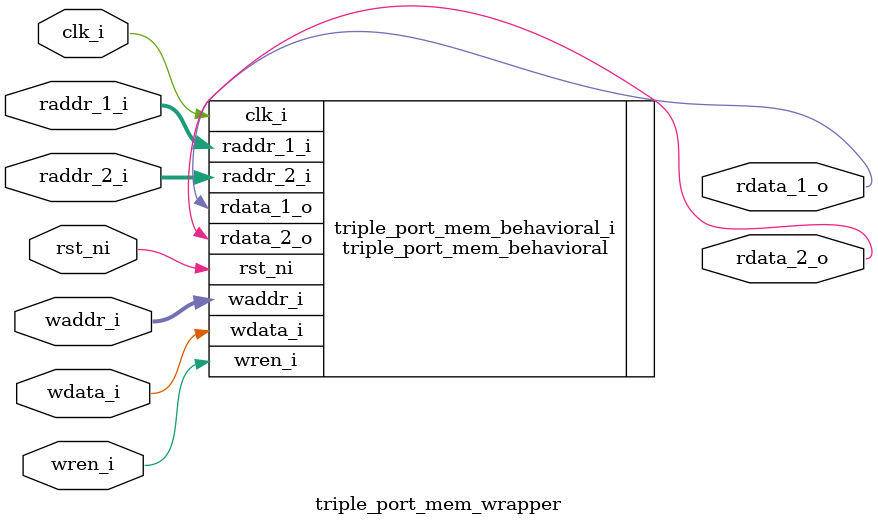
<source format=sv>

`include "e_gpu.vh"

module triple_port_mem_wrapper #(
    parameter DATAW   = 1,
    parameter SIZE    = 1,
    parameter OUT_REG = 0,
    parameter ADDRW   = $clog2(SIZE)
)(
    input  logic             clk_i,
    input  logic             rst_ni,
    input  logic             wren_i,
    input  logic [ADDRW-1:0] waddr_i,
    input  logic [DATAW-1:0] wdata_i,
    input  logic [ADDRW-1:0] raddr_1_i,
    output logic [DATAW-1:0] rdata_1_o,
    input  logic [ADDRW-1:0] raddr_2_i,
    output logic [DATAW-1:0] rdata_2_o
);

    triple_port_mem_behavioral #(
        .DATAW     (DATAW),
        .SIZE      (SIZE),
        .OUT_REG   (OUT_REG)
    ) triple_port_mem_behavioral_i (
        .clk_i     (clk_i),
        .rst_ni    (rst_ni),
        .wren_i    (wren_i),
        .waddr_i   (waddr_i),
        .wdata_i   (wdata_i),
        .raddr_1_i (raddr_1_i),
        .rdata_1_o (rdata_1_o),
        .raddr_2_i (raddr_2_i),
        .rdata_2_o (rdata_2_o)
    );

endmodule

</source>
